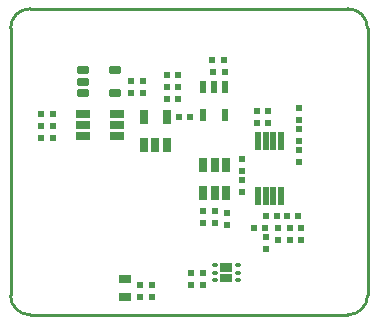
<source format=gbp>
G04*
G04 #@! TF.GenerationSoftware,Altium Limited,Altium Designer,21.3.2 (30)*
G04*
G04 Layer_Color=128*
%FSLAX25Y25*%
%MOIN*%
G70*
G04*
G04 #@! TF.SameCoordinates,A236C9B4-8AE0-4B67-9D85-2998E959901C*
G04*
G04*
G04 #@! TF.FilePolarity,Positive*
G04*
G01*
G75*
%ADD10C,0.01000*%
%ADD20R,0.01968X0.02362*%
%ADD21R,0.02362X0.01968*%
%ADD26R,0.02362X0.02362*%
%ADD28R,0.02362X0.02362*%
%ADD34R,0.02362X0.04331*%
G04:AMPARAMS|DCode=68|XSize=23.62mil|YSize=39.37mil|CornerRadius=2.01mil|HoleSize=0mil|Usage=FLASHONLY|Rotation=270.000|XOffset=0mil|YOffset=0mil|HoleType=Round|Shape=RoundedRectangle|*
%AMROUNDEDRECTD68*
21,1,0.02362,0.03535,0,0,270.0*
21,1,0.01961,0.03937,0,0,270.0*
1,1,0.00402,-0.01768,-0.00980*
1,1,0.00402,-0.01768,0.00980*
1,1,0.00402,0.01768,0.00980*
1,1,0.00402,0.01768,-0.00980*
%
%ADD68ROUNDEDRECTD68*%
G04:AMPARAMS|DCode=69|XSize=25.59mil|YSize=47.24mil|CornerRadius=1.92mil|HoleSize=0mil|Usage=FLASHONLY|Rotation=90.000|XOffset=0mil|YOffset=0mil|HoleType=Round|Shape=RoundedRectangle|*
%AMROUNDEDRECTD69*
21,1,0.02559,0.04341,0,0,90.0*
21,1,0.02175,0.04724,0,0,90.0*
1,1,0.00384,0.02170,0.01088*
1,1,0.00384,0.02170,-0.01088*
1,1,0.00384,-0.02170,-0.01088*
1,1,0.00384,-0.02170,0.01088*
%
%ADD69ROUNDEDRECTD69*%
%ADD70R,0.02756X0.05118*%
G04:AMPARAMS|DCode=71|XSize=17.72mil|YSize=61.02mil|CornerRadius=1.95mil|HoleSize=0mil|Usage=FLASHONLY|Rotation=0.000|XOffset=0mil|YOffset=0mil|HoleType=Round|Shape=RoundedRectangle|*
%AMROUNDEDRECTD71*
21,1,0.01772,0.05713,0,0,0.0*
21,1,0.01382,0.06102,0,0,0.0*
1,1,0.00390,0.00691,-0.02856*
1,1,0.00390,-0.00691,-0.02856*
1,1,0.00390,-0.00691,0.02856*
1,1,0.00390,0.00691,0.02856*
%
%ADD71ROUNDEDRECTD71*%
G04:AMPARAMS|DCode=73|XSize=17.72mil|YSize=11.81mil|CornerRadius=1.95mil|HoleSize=0mil|Usage=FLASHONLY|Rotation=180.000|XOffset=0mil|YOffset=0mil|HoleType=Round|Shape=RoundedRectangle|*
%AMROUNDEDRECTD73*
21,1,0.01772,0.00791,0,0,180.0*
21,1,0.01382,0.01181,0,0,180.0*
1,1,0.00390,-0.00691,0.00396*
1,1,0.00390,0.00691,0.00396*
1,1,0.00390,0.00691,-0.00396*
1,1,0.00390,-0.00691,-0.00396*
%
%ADD73ROUNDEDRECTD73*%
%ADD74R,0.04000X0.02500*%
G36*
X73807Y13409D02*
Y13449D01*
X73777Y13521D01*
X73722Y13576D01*
X73649Y13606D01*
X73610D01*
D01*
X70067D01*
X70028D01*
X69955Y13576D01*
X69900Y13521D01*
X69870Y13449D01*
Y13409D01*
D01*
Y11047D01*
Y11008D01*
X69900Y10936D01*
X69955Y10880D01*
X70028Y10850D01*
X70067D01*
D01*
X73610D01*
X73649D01*
X73722Y10880D01*
X73777Y10936D01*
X73807Y11008D01*
Y11047D01*
D01*
Y13409D01*
D02*
G37*
G36*
X70067Y17150D02*
X70028D01*
X69955Y17120D01*
X69900Y17064D01*
X69870Y16992D01*
Y16953D01*
Y16953D01*
Y14591D01*
Y14551D01*
X69900Y14479D01*
X69955Y14424D01*
X70028Y14394D01*
X70067D01*
D01*
X73610D01*
X73649D01*
X73722Y14424D01*
X73777Y14479D01*
X73807Y14551D01*
Y14591D01*
D01*
Y16953D01*
Y16992D01*
X73777Y17064D01*
X73722Y17120D01*
X73649Y17150D01*
X73610D01*
D01*
X70067D01*
D02*
G37*
D10*
X6449Y102000D02*
G03*
X0Y95551I0J-6449D01*
G01*
X119000D02*
G03*
X112550Y102000I-6449J0D01*
G01*
Y0D02*
G03*
X119000Y6449I0J6449D01*
G01*
X0D02*
G03*
X6449Y0I6449J0D01*
G01*
X112550D01*
X119000Y6449D02*
Y95551D01*
X6449Y102000D02*
X112550D01*
X0Y6449D02*
Y95551D01*
D20*
X14000Y59000D02*
D03*
X10063D02*
D03*
X93000Y25000D02*
D03*
X96937D02*
D03*
Y29000D02*
D03*
X93000D02*
D03*
X67543Y81000D02*
D03*
X71480D02*
D03*
X71000Y85000D02*
D03*
X67063D02*
D03*
D21*
X96000Y61937D02*
D03*
Y58000D02*
D03*
X77000Y41000D02*
D03*
Y44937D02*
D03*
X96000Y54937D02*
D03*
Y51000D02*
D03*
X77000Y48000D02*
D03*
Y51937D02*
D03*
X85000Y26000D02*
D03*
Y22063D02*
D03*
X89000Y29000D02*
D03*
Y25063D02*
D03*
D26*
X10000Y63000D02*
D03*
Y66937D02*
D03*
X96000Y65000D02*
D03*
Y68937D02*
D03*
X72000Y34000D02*
D03*
Y30063D02*
D03*
X44000Y77937D02*
D03*
Y74000D02*
D03*
X40000D02*
D03*
Y77937D02*
D03*
X14000Y66937D02*
D03*
Y63000D02*
D03*
X60000Y14000D02*
D03*
Y10063D02*
D03*
X64000D02*
D03*
Y14000D02*
D03*
X47000Y6063D02*
D03*
Y10000D02*
D03*
X43000D02*
D03*
Y6063D02*
D03*
D28*
X52000Y80000D02*
D03*
X55937D02*
D03*
X82000Y64000D02*
D03*
X85937D02*
D03*
X82000Y68000D02*
D03*
X85937D02*
D03*
X84937Y29000D02*
D03*
X81000D02*
D03*
X88937Y33000D02*
D03*
X85000D02*
D03*
X95937D02*
D03*
X92000D02*
D03*
X64260Y30551D02*
D03*
X68197D02*
D03*
X64260Y34551D02*
D03*
X68197D02*
D03*
X55937Y72000D02*
D03*
X52000D02*
D03*
X56000Y66000D02*
D03*
X59937D02*
D03*
X52000Y76000D02*
D03*
X55937D02*
D03*
D34*
X64000D02*
D03*
X67740D02*
D03*
X71480D02*
D03*
Y66551D02*
D03*
X64000D02*
D03*
D68*
X34827Y74000D02*
D03*
Y81480D02*
D03*
X24000D02*
D03*
Y77740D02*
D03*
Y74000D02*
D03*
D69*
X35614Y67000D02*
D03*
Y63260D02*
D03*
Y59520D02*
D03*
X24000D02*
D03*
Y63260D02*
D03*
Y67000D02*
D03*
D70*
X52000Y56551D02*
D03*
X48260D02*
D03*
X44520D02*
D03*
Y66000D02*
D03*
X52000D02*
D03*
X71740Y50000D02*
D03*
X68000D02*
D03*
X64260D02*
D03*
Y40551D02*
D03*
X68000D02*
D03*
X71740D02*
D03*
D71*
X90118Y39693D02*
D03*
X87559D02*
D03*
X85000D02*
D03*
X82441D02*
D03*
X90118Y58000D02*
D03*
X87559D02*
D03*
X85000D02*
D03*
X82441D02*
D03*
D73*
X68000Y16559D02*
D03*
Y14000D02*
D03*
Y11441D02*
D03*
X75677D02*
D03*
Y14000D02*
D03*
Y16559D02*
D03*
D74*
X38000Y12063D02*
D03*
Y6063D02*
D03*
M02*

</source>
